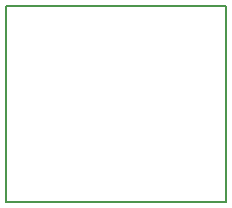
<source format=gm1>
G04 #@! TF.FileFunction,Profile,NP*
%FSLAX46Y46*%
G04 Gerber Fmt 4.6, Leading zero omitted, Abs format (unit mm)*
G04 Created by KiCad (PCBNEW 4.0.4-stable) date 10/01/16 14:24:09*
%MOMM*%
%LPD*%
G01*
G04 APERTURE LIST*
%ADD10C,0.100000*%
%ADD11C,0.150000*%
G04 APERTURE END LIST*
D10*
D11*
X184650000Y-125275000D02*
X184650000Y-125600000D01*
X166075000Y-125600000D02*
X184650000Y-125600000D01*
X166050000Y-109000000D02*
X166050000Y-125600000D01*
X184650000Y-109000000D02*
X166050000Y-109000000D01*
X184650000Y-125350000D02*
X184650000Y-109000000D01*
M02*

</source>
